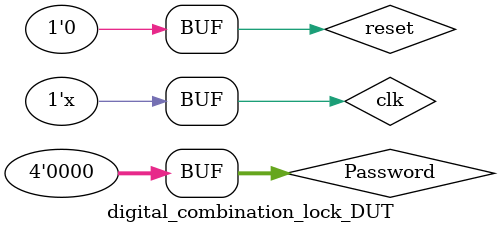
<source format=sv>
module digital_combination_lock_DUT();

//input [3:0] Password,
//input clk,reset,
//output reg Led_on,Lock

reg [3:0] Password;
reg reset,clk;
wire Led_on,Lock;

digital_combination_lock tb (Password,clk,reset,Led_on,Lock);

 always begin
        #5 clk = ~clk;  
    end

initial begin
clk = 0; reset = 0;
#10 reset = 1;
#10 reset = 0;
#10 Password = 4'b1001; 
#10 Password = 4'b1101; 
#10 Password = 4'b0111; 
#10 Password = 4'b0111; reset = 1;
#10 reset = 0; 
#10 Password = 4'b0000; 
end

endmodule

</source>
